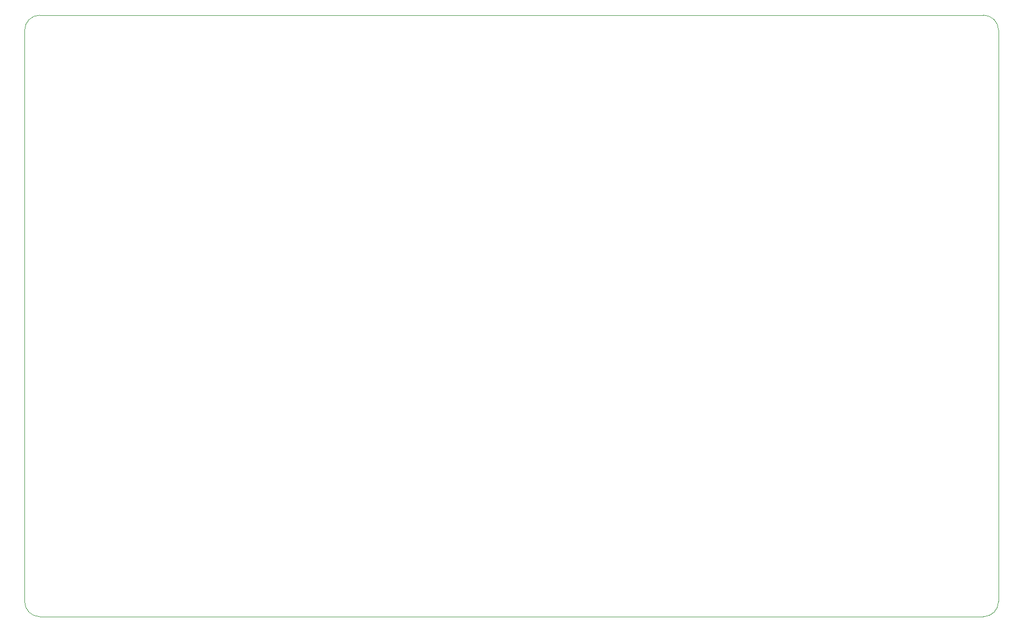
<source format=gm1>
G04 #@! TF.GenerationSoftware,KiCad,Pcbnew,9.0.0*
G04 #@! TF.CreationDate,2025-06-03T18:34:14-07:00*
G04 #@! TF.ProjectId,H_bridge,485f6272-6964-4676-952e-6b696361645f,rev?*
G04 #@! TF.SameCoordinates,Original*
G04 #@! TF.FileFunction,Profile,NP*
%FSLAX46Y46*%
G04 Gerber Fmt 4.6, Leading zero omitted, Abs format (unit mm)*
G04 Created by KiCad (PCBNEW 9.0.0) date 2025-06-03 18:34:14*
%MOMM*%
%LPD*%
G01*
G04 APERTURE LIST*
G04 #@! TA.AperFunction,Profile*
%ADD10C,0.100000*%
G04 #@! TD*
G04 APERTURE END LIST*
D10*
X102500000Y-150000000D02*
X259500000Y-150000000D01*
X100000000Y-52500000D02*
G75*
G02*
X102500000Y-50000000I2500000J0D01*
G01*
X259500000Y-50000000D02*
G75*
G02*
X262000000Y-52500000I0J-2500000D01*
G01*
X102500000Y-150000000D02*
G75*
G02*
X100000000Y-147500000I0J2500000D01*
G01*
X259500000Y-50000000D02*
X102500000Y-50000000D01*
X262000000Y-52500000D02*
X262000000Y-147500000D01*
X100000000Y-52500000D02*
X100000000Y-147500000D01*
X262000000Y-147500000D02*
G75*
G02*
X259500000Y-150000000I-2500000J0D01*
G01*
M02*

</source>
